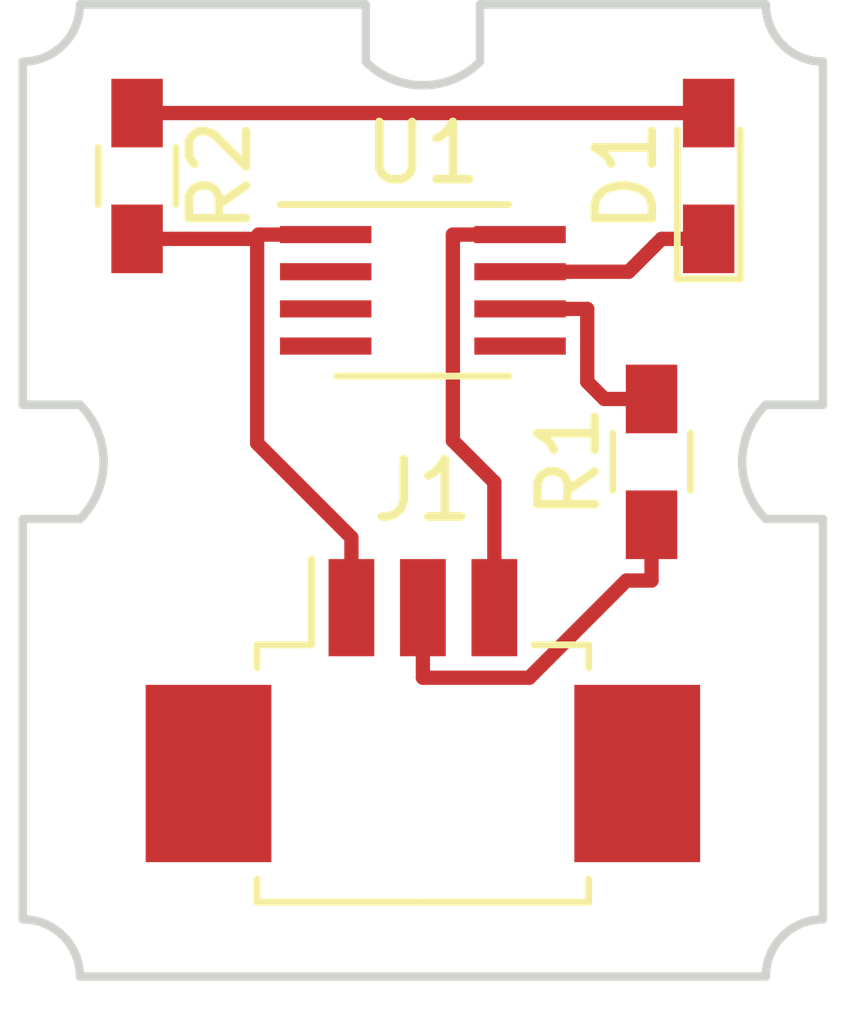
<source format=kicad_pcb>
(kicad_pcb (version 4) (host pcbnew 4.0.7)

  (general
    (links 7)
    (no_connects 0)
    (area 142.425 80.797618 157.675 99.125)
    (thickness 1.6)
    (drawings 20)
    (tracks 25)
    (zones 0)
    (modules 5)
    (nets 11)
  )

  (page A4)
  (title_block
    (title Tutorial1)
    (date 2018-03-04)
    (rev 1.0)
    (company Tinker)
    (comment 1 "Author: MAH")
  )

  (layers
    (0 F.Cu signal)
    (31 B.Cu signal)
    (32 B.Adhes user)
    (33 F.Adhes user)
    (34 B.Paste user)
    (35 F.Paste user)
    (36 B.SilkS user)
    (37 F.SilkS user)
    (38 B.Mask user)
    (39 F.Mask user)
    (40 Dwgs.User user)
    (41 Cmts.User user)
    (42 Eco1.User user)
    (43 Eco2.User user)
    (44 Edge.Cuts user)
    (45 Margin user)
    (46 B.CrtYd user)
    (47 F.CrtYd user)
    (48 B.Fab user)
    (49 F.Fab user)
  )

  (setup
    (last_trace_width 0.25)
    (trace_clearance 0.25)
    (zone_clearance 0.508)
    (zone_45_only no)
    (trace_min 0.2)
    (segment_width 0.2)
    (edge_width 0.15)
    (via_size 0.6)
    (via_drill 0.4)
    (via_min_size 0.4)
    (via_min_drill 0.3)
    (uvia_size 0.3)
    (uvia_drill 0.1)
    (uvias_allowed no)
    (uvia_min_size 0.2)
    (uvia_min_drill 0.1)
    (pcb_text_width 0.3)
    (pcb_text_size 1.5 1.5)
    (mod_edge_width 0.15)
    (mod_text_size 1 1)
    (mod_text_width 0.15)
    (pad_size 1.524 1.524)
    (pad_drill 0.762)
    (pad_to_mask_clearance 0.2)
    (aux_axis_origin 0 0)
    (visible_elements FFFCFF7F)
    (pcbplotparams
      (layerselection 0x010f0_80000001)
      (usegerberextensions false)
      (excludeedgelayer true)
      (linewidth 0.100000)
      (plotframeref false)
      (viasonmask false)
      (mode 1)
      (useauxorigin false)
      (hpglpennumber 1)
      (hpglpenspeed 20)
      (hpglpendiameter 15)
      (hpglpenoverlay 2)
      (psnegative false)
      (psa4output false)
      (plotreference true)
      (plotvalue true)
      (plotinvisibletext false)
      (padsonsilk false)
      (subtractmaskfromsilk false)
      (outputformat 1)
      (mirror false)
      (drillshape 0)
      (scaleselection 1)
      (outputdirectory ""))
  )

  (net 0 "")
  (net 1 "Net-(D1-Pad1)")
  (net 2 "Net-(D1-Pad2)")
  (net 3 VCC)
  (net 4 "Net-(J1-Pad2)")
  (net 5 GND)
  (net 6 /Input)
  (net 7 "Net-(U1-Pad2)")
  (net 8 "Net-(U1-Pad3)")
  (net 9 "Net-(U1-Pad4)")
  (net 10 "Net-(U1-Pad5)")

  (net_class Default "This is the default net class."
    (clearance 0.25)
    (trace_width 0.25)
    (via_dia 0.6)
    (via_drill 0.4)
    (uvia_dia 0.3)
    (uvia_drill 0.1)
    (add_net /Input)
    (add_net GND)
    (add_net "Net-(D1-Pad1)")
    (add_net "Net-(D1-Pad2)")
    (add_net "Net-(J1-Pad2)")
    (add_net "Net-(U1-Pad2)")
    (add_net "Net-(U1-Pad3)")
    (add_net "Net-(U1-Pad4)")
    (add_net "Net-(U1-Pad5)")
    (add_net VCC)
  )

  (module LEDs:LED_0603_HandSoldering (layer F.Cu) (tedit 595FC9C0) (tstamp 5A9BFBFA)
    (at 155 84 90)
    (descr "LED SMD 0603, hand soldering")
    (tags "LED 0603")
    (path /5A9AB826)
    (attr smd)
    (fp_text reference D1 (at 0 -1.45 90) (layer F.SilkS)
      (effects (font (size 1 1) (thickness 0.15)))
    )
    (fp_text value LED_ALT (at 0 1.55 90) (layer F.Fab)
      (effects (font (size 1 1) (thickness 0.15)))
    )
    (fp_line (start -1.8 -0.55) (end -1.8 0.55) (layer F.SilkS) (width 0.12))
    (fp_line (start -0.2 -0.2) (end -0.2 0.2) (layer F.Fab) (width 0.1))
    (fp_line (start -0.15 0) (end 0.15 -0.2) (layer F.Fab) (width 0.1))
    (fp_line (start 0.15 0.2) (end -0.15 0) (layer F.Fab) (width 0.1))
    (fp_line (start 0.15 -0.2) (end 0.15 0.2) (layer F.Fab) (width 0.1))
    (fp_line (start 0.8 0.4) (end -0.8 0.4) (layer F.Fab) (width 0.1))
    (fp_line (start 0.8 -0.4) (end 0.8 0.4) (layer F.Fab) (width 0.1))
    (fp_line (start -0.8 -0.4) (end 0.8 -0.4) (layer F.Fab) (width 0.1))
    (fp_line (start -1.8 0.55) (end 0.8 0.55) (layer F.SilkS) (width 0.12))
    (fp_line (start -1.8 -0.55) (end 0.8 -0.55) (layer F.SilkS) (width 0.12))
    (fp_line (start -1.96 -0.7) (end 1.95 -0.7) (layer F.CrtYd) (width 0.05))
    (fp_line (start -1.96 -0.7) (end -1.96 0.7) (layer F.CrtYd) (width 0.05))
    (fp_line (start 1.95 0.7) (end 1.95 -0.7) (layer F.CrtYd) (width 0.05))
    (fp_line (start 1.95 0.7) (end -1.96 0.7) (layer F.CrtYd) (width 0.05))
    (fp_line (start -0.8 -0.4) (end -0.8 0.4) (layer F.Fab) (width 0.1))
    (pad 1 smd rect (at -1.1 0 90) (size 1.2 0.9) (layers F.Cu F.Paste F.Mask)
      (net 1 "Net-(D1-Pad1)"))
    (pad 2 smd rect (at 1.1 0 90) (size 1.2 0.9) (layers F.Cu F.Paste F.Mask)
      (net 2 "Net-(D1-Pad2)"))
    (model ${KISYS3DMOD}/LEDs.3dshapes/LED_0603.wrl
      (at (xyz 0 0 0))
      (scale (xyz 1 1 1))
      (rotate (xyz 0 0 180))
    )
  )

  (module Connectors_Molex:Molex_PicoBlade_53261-0371_03x1.25mm_Angled (layer F.Cu) (tedit 58A3B7FA) (tstamp 5A9BFC24)
    (at 150 93)
    (descr "Molex PicoBlade, single row, side entry type, surface mount, PN:53261-0371")
    (tags "connector molex picoblade smt")
    (path /5A9AB938)
    (attr smd)
    (fp_text reference J1 (at 0 -3.5) (layer F.SilkS)
      (effects (font (size 1 1) (thickness 0.15)))
    )
    (fp_text value Conn_01x03 (at 0 5) (layer F.Fab)
      (effects (font (size 1 1) (thickness 0.15)))
    )
    (fp_line (start -2.75 3.55) (end -2.75 -0.65) (layer F.Fab) (width 0.1))
    (fp_line (start -2.75 -0.65) (end 2.75 -0.65) (layer F.Fab) (width 0.1))
    (fp_line (start 2.75 -0.65) (end 2.75 3.55) (layer F.Fab) (width 0.1))
    (fp_line (start 2.75 3.55) (end -2.75 3.55) (layer F.Fab) (width 0.1))
    (fp_line (start 2.75 0.35) (end 4.25 0.35) (layer F.Fab) (width 0.1))
    (fp_line (start 4.25 0.35) (end 4.25 3.15) (layer F.Fab) (width 0.1))
    (fp_line (start 4.25 3.15) (end 2.75 3.15) (layer F.Fab) (width 0.1))
    (fp_line (start -2.75 0.35) (end -4.25 0.35) (layer F.Fab) (width 0.1))
    (fp_line (start -4.25 0.35) (end -4.25 3.15) (layer F.Fab) (width 0.1))
    (fp_line (start -4.25 3.15) (end -2.75 3.15) (layer F.Fab) (width 0.1))
    (fp_line (start 1.95 -0.8) (end 2.9 -0.8) (layer F.SilkS) (width 0.12))
    (fp_line (start 2.9 -0.8) (end 2.9 -0.4) (layer F.SilkS) (width 0.12))
    (fp_line (start -1.95 -0.8) (end -2.9 -0.8) (layer F.SilkS) (width 0.12))
    (fp_line (start -2.9 -0.8) (end -2.9 -0.4) (layer F.SilkS) (width 0.12))
    (fp_line (start 2.9 3.3) (end 2.9 3.7) (layer F.SilkS) (width 0.12))
    (fp_line (start 2.9 3.7) (end 0 3.7) (layer F.SilkS) (width 0.12))
    (fp_line (start -2.9 3.3) (end -2.9 3.7) (layer F.SilkS) (width 0.12))
    (fp_line (start -2.9 3.7) (end 0 3.7) (layer F.SilkS) (width 0.12))
    (fp_line (start -1.95 -0.8) (end -1.95 -2.3) (layer F.SilkS) (width 0.12))
    (fp_line (start -1.65 -0.65) (end -1.25 0.15) (layer F.Fab) (width 0.1))
    (fp_line (start -1.25 0.15) (end -0.85 -0.65) (layer F.Fab) (width 0.1))
    (fp_line (start -0.85 -0.65) (end -1.65 -0.65) (layer F.Fab) (width 0.1))
    (fp_line (start 0 -2.85) (end -2.4 -2.85) (layer F.CrtYd) (width 0.05))
    (fp_line (start -2.4 -2.85) (end -2.4 -1.25) (layer F.CrtYd) (width 0.05))
    (fp_line (start -2.4 -1.25) (end -5.4 -1.25) (layer F.CrtYd) (width 0.05))
    (fp_line (start -5.4 -1.25) (end -5.4 4.15) (layer F.CrtYd) (width 0.05))
    (fp_line (start -5.4 4.15) (end 0 4.15) (layer F.CrtYd) (width 0.05))
    (fp_line (start 0 -2.85) (end 2.4 -2.85) (layer F.CrtYd) (width 0.05))
    (fp_line (start 2.4 -2.85) (end 2.4 -1.25) (layer F.CrtYd) (width 0.05))
    (fp_line (start 2.4 -1.25) (end 5.4 -1.25) (layer F.CrtYd) (width 0.05))
    (fp_line (start 5.4 -1.25) (end 5.4 4.15) (layer F.CrtYd) (width 0.05))
    (fp_line (start 5.4 4.15) (end 0 4.15) (layer F.CrtYd) (width 0.05))
    (fp_text user %R (at 0 2.5) (layer F.Fab)
      (effects (font (size 1 1) (thickness 0.15)))
    )
    (pad 1 smd rect (at -1.25 -1.45) (size 0.8 1.7) (layers F.Cu F.Paste F.Mask)
      (net 3 VCC))
    (pad 2 smd rect (at 0 -1.45) (size 0.8 1.7) (layers F.Cu F.Paste F.Mask)
      (net 4 "Net-(J1-Pad2)"))
    (pad 3 smd rect (at 1.25 -1.45) (size 0.8 1.7) (layers F.Cu F.Paste F.Mask)
      (net 5 GND))
    (pad "" smd rect (at -3.75 1.45) (size 2.2 3.1) (layers F.Cu F.Paste F.Mask))
    (pad "" smd rect (at 3.75 1.45) (size 2.2 3.1) (layers F.Cu F.Paste F.Mask))
    (model ${KISYS3DMOD}/Connectors_Molex.3dshapes/Molex_PicoBlade_53261-0371_03x1.25mm_Angled.wrl
      (at (xyz 0 0 0))
      (scale (xyz 1 1 1))
      (rotate (xyz 0 0 0))
    )
  )

  (module Resistors_SMD:R_0603_HandSoldering (layer F.Cu) (tedit 58E0A804) (tstamp 5A9BFC35)
    (at 154 89 90)
    (descr "Resistor SMD 0603, hand soldering")
    (tags "resistor 0603")
    (path /5A9AB8D8)
    (attr smd)
    (fp_text reference R1 (at 0 -1.45 90) (layer F.SilkS)
      (effects (font (size 1 1) (thickness 0.15)))
    )
    (fp_text value 100 (at 0 1.55 90) (layer F.Fab)
      (effects (font (size 1 1) (thickness 0.15)))
    )
    (fp_text user %R (at 0 0 90) (layer F.Fab)
      (effects (font (size 0.4 0.4) (thickness 0.075)))
    )
    (fp_line (start -0.8 0.4) (end -0.8 -0.4) (layer F.Fab) (width 0.1))
    (fp_line (start 0.8 0.4) (end -0.8 0.4) (layer F.Fab) (width 0.1))
    (fp_line (start 0.8 -0.4) (end 0.8 0.4) (layer F.Fab) (width 0.1))
    (fp_line (start -0.8 -0.4) (end 0.8 -0.4) (layer F.Fab) (width 0.1))
    (fp_line (start 0.5 0.68) (end -0.5 0.68) (layer F.SilkS) (width 0.12))
    (fp_line (start -0.5 -0.68) (end 0.5 -0.68) (layer F.SilkS) (width 0.12))
    (fp_line (start -1.96 -0.7) (end 1.95 -0.7) (layer F.CrtYd) (width 0.05))
    (fp_line (start -1.96 -0.7) (end -1.96 0.7) (layer F.CrtYd) (width 0.05))
    (fp_line (start 1.95 0.7) (end 1.95 -0.7) (layer F.CrtYd) (width 0.05))
    (fp_line (start 1.95 0.7) (end -1.96 0.7) (layer F.CrtYd) (width 0.05))
    (pad 1 smd rect (at -1.1 0 90) (size 1.2 0.9) (layers F.Cu F.Paste F.Mask)
      (net 4 "Net-(J1-Pad2)"))
    (pad 2 smd rect (at 1.1 0 90) (size 1.2 0.9) (layers F.Cu F.Paste F.Mask)
      (net 6 /Input))
    (model ${KISYS3DMOD}/Resistors_SMD.3dshapes/R_0603.wrl
      (at (xyz 0 0 0))
      (scale (xyz 1 1 1))
      (rotate (xyz 0 0 0))
    )
  )

  (module Resistors_SMD:R_0603_HandSoldering locked (layer F.Cu) (tedit 58E0A804) (tstamp 5A9BFC46)
    (at 145 84 270)
    (descr "Resistor SMD 0603, hand soldering")
    (tags "resistor 0603")
    (path /5A9AB759)
    (attr smd)
    (fp_text reference R2 (at 0 -1.45 270) (layer F.SilkS)
      (effects (font (size 1 1) (thickness 0.15)))
    )
    (fp_text value 1k (at 0 1.55 270) (layer F.Fab)
      (effects (font (size 1 1) (thickness 0.15)))
    )
    (fp_text user %R (at 0 0 270) (layer F.Fab)
      (effects (font (size 0.4 0.4) (thickness 0.075)))
    )
    (fp_line (start -0.8 0.4) (end -0.8 -0.4) (layer F.Fab) (width 0.1))
    (fp_line (start 0.8 0.4) (end -0.8 0.4) (layer F.Fab) (width 0.1))
    (fp_line (start 0.8 -0.4) (end 0.8 0.4) (layer F.Fab) (width 0.1))
    (fp_line (start -0.8 -0.4) (end 0.8 -0.4) (layer F.Fab) (width 0.1))
    (fp_line (start 0.5 0.68) (end -0.5 0.68) (layer F.SilkS) (width 0.12))
    (fp_line (start -0.5 -0.68) (end 0.5 -0.68) (layer F.SilkS) (width 0.12))
    (fp_line (start -1.96 -0.7) (end 1.95 -0.7) (layer F.CrtYd) (width 0.05))
    (fp_line (start -1.96 -0.7) (end -1.96 0.7) (layer F.CrtYd) (width 0.05))
    (fp_line (start 1.95 0.7) (end 1.95 -0.7) (layer F.CrtYd) (width 0.05))
    (fp_line (start 1.95 0.7) (end -1.96 0.7) (layer F.CrtYd) (width 0.05))
    (pad 1 smd rect (at -1.1 0 270) (size 1.2 0.9) (layers F.Cu F.Paste F.Mask)
      (net 2 "Net-(D1-Pad2)"))
    (pad 2 smd rect (at 1.1 0 270) (size 1.2 0.9) (layers F.Cu F.Paste F.Mask)
      (net 3 VCC))
    (model ${KISYS3DMOD}/Resistors_SMD.3dshapes/R_0603.wrl
      (at (xyz 0 0 0))
      (scale (xyz 1 1 1))
      (rotate (xyz 0 0 0))
    )
  )

  (module Housings_SSOP:SSOP-8_2.95x2.8mm_Pitch0.65mm (layer F.Cu) (tedit 589DBBBD) (tstamp 5A9BFC5E)
    (at 150 86)
    (descr "SSOP-8 2.9 x2.8mm Pitch 0.65mm")
    (tags "SSOP-8 2.95x2.8mm Pitch 0.65mm")
    (path /5A9ABAD4)
    (attr smd)
    (fp_text reference U1 (at 0 -2.4) (layer F.SilkS)
      (effects (font (size 1 1) (thickness 0.15)))
    )
    (fp_text value PIC12C508A-I/SN (at 0 2.6) (layer F.Fab)
      (effects (font (size 1 1) (thickness 0.15)))
    )
    (fp_line (start -2.75 -1.65) (end 2.75 -1.65) (layer F.CrtYd) (width 0.05))
    (fp_line (start -2.75 1.65) (end -2.75 -1.65) (layer F.CrtYd) (width 0.05))
    (fp_line (start 2.75 1.65) (end -2.75 1.65) (layer F.CrtYd) (width 0.05))
    (fp_line (start 2.75 -1.65) (end 2.75 1.65) (layer F.CrtYd) (width 0.05))
    (fp_line (start 1.5 1.5) (end -1.5 1.5) (layer F.SilkS) (width 0.12))
    (fp_line (start 1.5 -1.5) (end -2.5 -1.5) (layer F.SilkS) (width 0.12))
    (fp_line (start -0.475 -1.4) (end -1.475 -0.7) (layer F.Fab) (width 0.1))
    (fp_line (start -0.475 -1.4) (end 1.475 -1.4) (layer F.Fab) (width 0.1))
    (fp_line (start -1.475 1.4) (end -1.475 -0.7) (layer F.Fab) (width 0.1))
    (fp_line (start 1.475 1.4) (end -1.475 1.4) (layer F.Fab) (width 0.1))
    (fp_line (start 1.475 -1.4) (end 1.475 1.4) (layer F.Fab) (width 0.1))
    (fp_text user %R (at 0 0) (layer F.Fab)
      (effects (font (size 0.6 0.6) (thickness 0.15)))
    )
    (pad 1 smd rect (at -1.7 -0.975 270) (size 0.3 1.6) (layers F.Cu F.Paste F.Mask)
      (net 3 VCC))
    (pad 2 smd rect (at -1.7 -0.325 270) (size 0.3 1.6) (layers F.Cu F.Paste F.Mask)
      (net 7 "Net-(U1-Pad2)"))
    (pad 3 smd rect (at -1.7 0.325 270) (size 0.3 1.6) (layers F.Cu F.Paste F.Mask)
      (net 8 "Net-(U1-Pad3)"))
    (pad 4 smd rect (at -1.7 0.975 270) (size 0.3 1.6) (layers F.Cu F.Paste F.Mask)
      (net 9 "Net-(U1-Pad4)"))
    (pad 5 smd rect (at 1.7 0.975 270) (size 0.3 1.6) (layers F.Cu F.Paste F.Mask)
      (net 10 "Net-(U1-Pad5)"))
    (pad 6 smd rect (at 1.7 0.325 270) (size 0.3 1.6) (layers F.Cu F.Paste F.Mask)
      (net 6 /Input))
    (pad 7 smd rect (at 1.7 -0.325 270) (size 0.3 1.6) (layers F.Cu F.Paste F.Mask)
      (net 1 "Net-(D1-Pad1)"))
    (pad 8 smd rect (at 1.7 -0.975 270) (size 0.3 1.6) (layers F.Cu F.Paste F.Mask)
      (net 5 GND))
    (model ${KISYS3DMOD}/Housings_SSOP.3dshapes/SSOP-8_2.95x2.8mm_Pitch0.65mm.wrl
      (at (xyz 0 0 0))
      (scale (xyz 1 1 1))
      (rotate (xyz 0 0 0))
    )
  )

  (gr_line (start 143 90) (end 143 97) (angle 90) (layer Edge.Cuts) (width 0.15))
  (gr_line (start 144 90) (end 143 90) (angle 90) (layer Edge.Cuts) (width 0.15))
  (gr_line (start 143 88) (end 144 88) (angle 90) (layer Edge.Cuts) (width 0.15))
  (gr_line (start 143 82) (end 143 88) (angle 90) (layer Edge.Cuts) (width 0.15))
  (gr_line (start 149 81) (end 144 81) (angle 90) (layer Edge.Cuts) (width 0.15))
  (gr_line (start 149 82) (end 149 81) (angle 90) (layer Edge.Cuts) (width 0.15))
  (gr_line (start 151 81) (end 151 82) (angle 90) (layer Edge.Cuts) (width 0.15))
  (gr_line (start 156 81) (end 151 81) (angle 90) (layer Edge.Cuts) (width 0.15))
  (gr_line (start 157 88) (end 157 82) (angle 90) (layer Edge.Cuts) (width 0.15))
  (gr_line (start 156 88) (end 157 88) (angle 90) (layer Edge.Cuts) (width 0.15))
  (gr_line (start 157 90) (end 156 90) (angle 90) (layer Edge.Cuts) (width 0.15))
  (gr_line (start 157 97) (end 157 90) (angle 90) (layer Edge.Cuts) (width 0.15))
  (gr_line (start 144 98) (end 156 98) (angle 90) (layer Edge.Cuts) (width 0.15))
  (gr_arc (start 157 89) (end 156 90) (angle 90) (layer Edge.Cuts) (width 0.15))
  (gr_arc (start 150 81) (end 151 82) (angle 90) (layer Edge.Cuts) (width 0.15))
  (gr_arc (start 143 89) (end 144 88) (angle 90) (layer Edge.Cuts) (width 0.15))
  (gr_arc (start 143 81) (end 144 81) (angle 90) (layer Edge.Cuts) (width 0.15))
  (gr_arc (start 143 98) (end 143 97) (angle 90) (layer Edge.Cuts) (width 0.15))
  (gr_arc (start 157 98) (end 156 98) (angle 90) (layer Edge.Cuts) (width 0.15))
  (gr_arc (start 157 81) (end 157 82) (angle 90) (layer Edge.Cuts) (width 0.15))

  (segment (start 153.5997 85.675) (end 154.1747 85.1) (width 0.25) (layer F.Cu) (net 1))
  (segment (start 151.7 85.675) (end 153.5997 85.675) (width 0.25) (layer F.Cu) (net 1))
  (segment (start 155 85.1) (end 154.1747 85.1) (width 0.25) (layer F.Cu) (net 1))
  (segment (start 145 82.9) (end 155 82.9) (width 0.25) (layer F.Cu) (net 2))
  (segment (start 145 85.1) (end 145.8253 85.1) (width 0.25) (layer F.Cu) (net 3))
  (segment (start 148.75 91.55) (end 148.75 90.3247) (width 0.25) (layer F.Cu) (net 3))
  (segment (start 147.1002 85.1) (end 145.8253 85.1) (width 0.25) (layer F.Cu) (net 3))
  (segment (start 147.1247 85.0755) (end 147.1002 85.1) (width 0.25) (layer F.Cu) (net 3))
  (segment (start 147.1247 85.025) (end 147.1247 85.0755) (width 0.25) (layer F.Cu) (net 3))
  (segment (start 147.1002 88.6749) (end 148.75 90.3247) (width 0.25) (layer F.Cu) (net 3))
  (segment (start 147.1002 85.1) (end 147.1002 88.6749) (width 0.25) (layer F.Cu) (net 3))
  (segment (start 148.3 85.025) (end 147.1247 85.025) (width 0.25) (layer F.Cu) (net 3))
  (segment (start 151.8602 92.7753) (end 150 92.7753) (width 0.25) (layer F.Cu) (net 4))
  (segment (start 153.5602 91.0753) (end 151.8602 92.7753) (width 0.25) (layer F.Cu) (net 4))
  (segment (start 154 91.0753) (end 153.5602 91.0753) (width 0.25) (layer F.Cu) (net 4))
  (segment (start 154 90.1) (end 154 91.0753) (width 0.25) (layer F.Cu) (net 4))
  (segment (start 150 91.55) (end 150 92.7753) (width 0.25) (layer F.Cu) (net 4))
  (segment (start 151.25 89.3558) (end 151.25 91.55) (width 0.25) (layer F.Cu) (net 5))
  (segment (start 150.5247 88.6305) (end 151.25 89.3558) (width 0.25) (layer F.Cu) (net 5))
  (segment (start 150.5247 85.025) (end 150.5247 88.6305) (width 0.25) (layer F.Cu) (net 5))
  (segment (start 151.7 85.025) (end 150.5247 85.025) (width 0.25) (layer F.Cu) (net 5))
  (segment (start 152.8753 87.6006) (end 153.1747 87.9) (width 0.25) (layer F.Cu) (net 6))
  (segment (start 152.8753 86.325) (end 152.8753 87.6006) (width 0.25) (layer F.Cu) (net 6))
  (segment (start 151.7 86.325) (end 152.8753 86.325) (width 0.25) (layer F.Cu) (net 6))
  (segment (start 154 87.9) (end 153.1747 87.9) (width 0.25) (layer F.Cu) (net 6))

)

</source>
